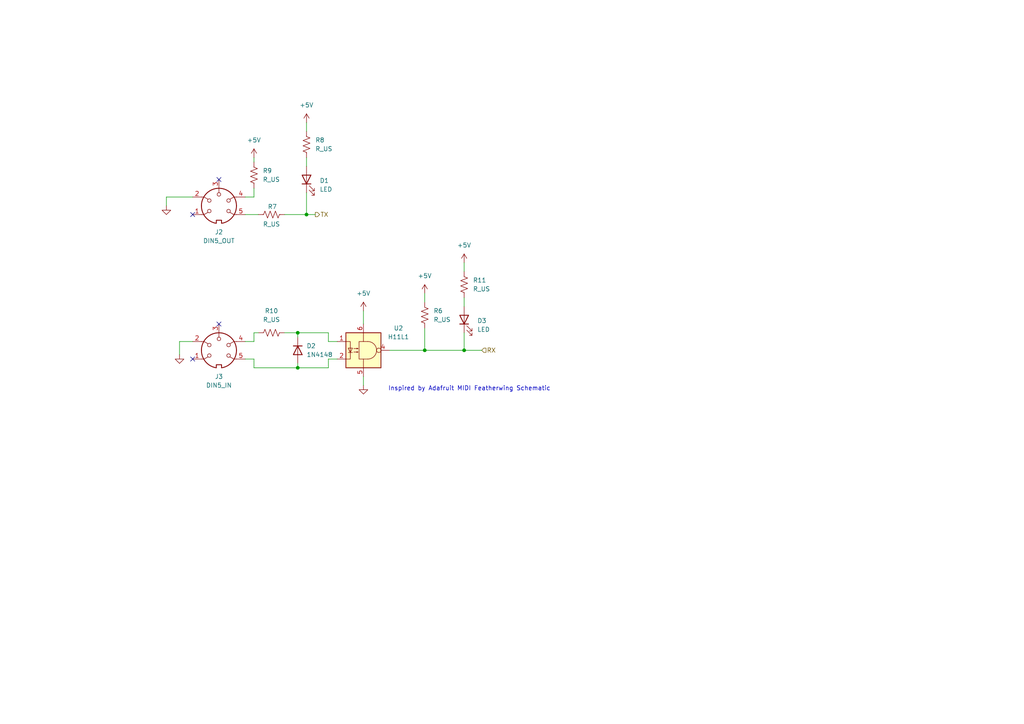
<source format=kicad_sch>
(kicad_sch (version 20250114) (generator "eeschema") (generator_version "9.0")
  (paper "A4")
  (lib_symbols
    (symbol "4ms_Power-symbol:+5V" (power) (pin_names (offset 0))
      (property "Value" "+5V" (at 0 3.556 0))
      (symbol "+5V_0_1"
        (polyline (pts (xy -0.762 1.27) (xy 0 2.54)))
        (polyline (pts (xy 0 2.54) (xy 0.762 1.27)))
        (polyline (pts (xy 0 0) (xy 0 2.54)))
      )
      (symbol "+5V_1_1"
        (pin power_in line (at 0 0 90) (length 0) (hide yes) (name "+5V") (number "1"))
      )
    )
    (symbol "4ms_Power-symbol:GND" (power) (pin_names (offset 0))
      (property "Value" "GND" (at 0 -3.81 0))
      (symbol "GND_0_1"
        (polyline (pts (xy 0 0) (xy 0 -1.27) (xy 1.27 -1.27) (xy 0 -2.54) (xy -1.27 -1.27) (xy 0 -1.27)))
      )
      (symbol "GND_1_1"
        (pin power_in line (at 0 0 270) (length 0) (hide yes) (name "GND") (number "1"))
      )
    )
    (symbol "Connector:DIN-5" (pin_names (offset 1.016))
      (property "Reference" "J" (at 3.175 5.715 0))
      (property "Value" "DIN-5" (at 0 -6.35 0))
      (symbol "DIN-5_0_1"
        (polyline (pts (xy -5.08 2.54) (xy -4.318 2.54) (xy -3.175 1.905)))
        (polyline (pts (xy -5.08 -2.54) (xy -4.318 -2.54) (xy -3.175 -1.905)))
        (circle (center -2.794 1.524) (radius 0.508))
        (circle (center -2.794 -1.524) (radius 0.508))
        (polyline (pts (xy -0.762 -4.953) (xy -0.762 -4.191) (xy 0.762 -4.191) (xy 0.762 -4.953)) (stroke (width 0.254)))
        (arc (start 5.08 0) (mid 3.8673 -3.3444) (end 0.762 -5.08) (stroke (width 0.254)))
        (polyline (pts (xy 0 5.08) (xy 0 3.81)))
        (circle (center 0 3.302) (radius 0.508))
        (arc (start -5.08 0) (mid 0 5.0579) (end 5.08 0) (stroke (width 0.254)))
        (arc (start -0.762 -5.08) (mid -3.8597 -3.3379) (end -5.08 0) (stroke (width 0.254)))
        (circle (center 2.794 1.524) (radius 0.508))
        (circle (center 2.794 -1.524) (radius 0.508))
        (polyline (pts (xy 5.08 2.54) (xy 4.318 2.54) (xy 3.175 1.905)))
        (polyline (pts (xy 5.08 -2.54) (xy 4.318 -2.54) (xy 3.175 -1.905)))
      )
      (symbol "DIN-5_1_1"
        (pin passive line (at -7.62 2.54 0) (length 2.54) (name "~") (number "2"))
        (pin passive line (at -7.62 -2.54 0) (length 2.54) (name "~") (number "1"))
        (pin passive line (at 0 7.62 270) (length 2.54) (name "~") (number "3"))
        (pin passive line (at 7.62 2.54 180) (length 2.54) (name "~") (number "4"))
        (pin passive line (at 7.62 -2.54 180) (length 2.54) (name "~") (number "5"))
      )
    )
    (symbol "Device:LED" (pin_numbers (hide yes)) (pin_names (offset 1.016) (hide yes))
      (property "Reference" "D" (at 0 2.54 0))
      (property "Value" "LED" (at 0 -2.54 0))
      (symbol "LED_0_1"
        (polyline (pts (xy -3.048 -0.762) (xy -4.572 -2.286) (xy -3.81 -2.286) (xy -4.572 -2.286) (xy -4.572 -1.524)))
        (polyline (pts (xy -1.778 -0.762) (xy -3.302 -2.286) (xy -2.54 -2.286) (xy -3.302 -2.286) (xy -3.302 -1.524)))
        (polyline (pts (xy -1.27 0) (xy 1.27 0)))
        (polyline (pts (xy -1.27 -1.27) (xy -1.27 1.27)) (stroke (width 0.254)))
        (polyline (pts (xy 1.27 -1.27) (xy 1.27 1.27) (xy -1.27 0) (xy 1.27 -1.27)) (stroke (width 0.254)))
      )
      (symbol "LED_1_1"
        (pin passive line (at -3.81 0 0) (length 2.54) (name "K") (number "1"))
        (pin passive line (at 3.81 0 180) (length 2.54) (name "A") (number "2"))
      )
    )
    (symbol "Device:R_US" (pin_numbers (hide yes)) (pin_names (offset 0))
      (property "Reference" "R" (at 2.54 0 90))
      (property "Value" "R_US" (at -2.54 0 90))
      (symbol "R_US_0_1"
        (polyline (pts (xy 0 2.286) (xy 0 2.54)))
        (polyline (pts (xy 0 2.286) (xy 1.016 1.905) (xy 0 1.524) (xy -1.016 1.143) (xy 0 0.762)))
        (polyline (pts (xy 0 0.762) (xy 1.016 0.381) (xy 0 0) (xy -1.016 -0.381) (xy 0 -0.762)))
        (polyline (pts (xy 0 -0.762) (xy 1.016 -1.143) (xy 0 -1.524) (xy -1.016 -1.905) (xy 0 -2.286)))
        (polyline (pts (xy 0 -2.286) (xy 0 -2.54)))
      )
      (symbol "R_US_1_1"
        (pin passive line (at 0 3.81 270) (length 1.27) (name "~") (number "1"))
        (pin passive line (at 0 -3.81 90) (length 1.27) (name "~") (number "2"))
      )
    )
    (symbol "Diode:1N4148" (pin_numbers (hide yes)) (pin_names (hide yes))
      (property "Reference" "D" (at 0 2.54 0))
      (property "Value" "1N4148" (at 0 -2.54 0))
      (symbol "1N4148_0_1"
        (polyline (pts (xy -1.27 1.27) (xy -1.27 -1.27)) (stroke (width 0.254)))
        (polyline (pts (xy 1.27 1.27) (xy 1.27 -1.27) (xy -1.27 0) (xy 1.27 1.27)) (stroke (width 0.254)))
        (polyline (pts (xy 1.27 0) (xy -1.27 0)))
      )
      (symbol "1N4148_1_1"
        (pin passive line (at -3.81 0 0) (length 2.54) (name "K") (number "1"))
        (pin passive line (at 3.81 0 180) (length 2.54) (name "A") (number "2"))
      )
    )
    (symbol "Isolator:H11L1" (pin_names (offset 1.016))
      (property "Reference" "U" (at 1.27 8.89 0))
      (property "Value" "H11L1" (at 1.27 6.35 0))
      (symbol "H11L1_0_1"
        (rectangle (start -5.08 5.08) (end 5.08 -5.08) (stroke (width 0.254)) (fill (type background)))
        (polyline (pts (xy -5.08 -2.54) (xy -3.81 -2.54) (xy -3.81 2.54) (xy -5.08 2.54)))
        (polyline (pts (xy -4.445 -0.635) (xy -3.175 -0.635)))
        (polyline (pts (xy -3.81 -0.635) (xy -4.445 0.635) (xy -3.175 0.635) (xy -3.81 -0.635)))
        (polyline (pts (xy -2.794 0.508) (xy -1.524 0.508) (xy -1.905 0.381) (xy -1.905 0.635) (xy -1.524 0.508)))
        (polyline (pts (xy -2.794 -0.508) (xy -1.524 -0.508) (xy -1.905 -0.635) (xy -1.905 -0.381) (xy -1.524 -0.508)))
        (polyline (pts (xy 0 2.54) (xy 0 5.08)))
        (polyline (pts (xy 0 -2.54) (xy 0 -5.08) (xy 0 -3.81)))
        (arc (start 1.27 2.54) (mid 3.799 0) (end 1.27 -2.54))
        (polyline (pts (xy 1.27 -2.54) (xy -1.27 -2.54) (xy -1.27 2.54) (xy 1.27 2.54)))
      )
      (symbol "H11L1_1_1"
        (pin passive line (at -7.62 2.54 0) (length 2.54) (name "~") (number "1"))
        (pin passive line (at -7.62 -2.54 0) (length 2.54) (name "~") (number "2"))
        (pin no_connect line (at -5.08 0 0) (length 2.54) (hide yes) (name "~") (number "3"))
        (pin power_in line (at 0 7.62 270) (length 2.54) (name "~") (number "6"))
        (pin power_in line (at 0 -7.62 90) (length 2.54) (name "~") (number "5"))
        (pin output inverted (at 7.62 0 180) (length 3.81) (name "~") (number "4"))
      )
    )
  )
  (text "Inspired by Adafruit MIDI Featherwing Schematic\n" (at 136.144 112.776 0) (effects (font (size 1.27 1.27))))
  (junction (at 134.62 101.6))
  (junction (at 123.19 101.6))
  (junction (at 86.36 96.52))
  (junction (at 88.9 62.23))
  (junction (at 86.36 106.68))
  (no_connect (at 63.5 52.07))
  (no_connect (at 55.88 104.14))
  (no_connect (at 63.5 93.98))
  (no_connect (at 55.88 62.23))
  (wire (pts (xy 48.26 57.15) (xy 48.26 59.69)))
  (wire (pts (xy 86.36 96.52) (xy 95.25 96.52)))
  (wire (pts (xy 71.12 104.14) (xy 73.66 104.14)))
  (wire (pts (xy 134.62 101.6) (xy 139.7 101.6)))
  (wire (pts (xy 95.25 104.14) (xy 95.25 106.68)))
  (wire (pts (xy 71.12 99.06) (xy 73.66 99.06)))
  (wire (pts (xy 73.66 45.72) (xy 73.66 46.99)))
  (wire (pts (xy 134.62 76.2) (xy 134.62 78.74)))
  (wire (pts (xy 71.12 57.15) (xy 73.66 57.15)))
  (wire (pts (xy 52.07 99.06) (xy 55.88 99.06)))
  (wire (pts (xy 134.62 86.36) (xy 134.62 88.9)))
  (wire (pts (xy 95.25 104.14) (xy 97.79 104.14)))
  (wire (pts (xy 73.66 54.61) (xy 73.66 57.15)))
  (wire (pts (xy 123.19 85.09) (xy 123.19 87.63)))
  (wire (pts (xy 86.36 96.52) (xy 86.36 97.79)))
  (wire (pts (xy 73.66 96.52) (xy 74.93 96.52)))
  (wire (pts (xy 88.9 62.23) (xy 91.44 62.23)))
  (wire (pts (xy 86.36 106.68) (xy 95.25 106.68)))
  (wire (pts (xy 123.19 95.25) (xy 123.19 101.6)))
  (wire (pts (xy 105.41 90.17) (xy 105.41 93.98)))
  (wire (pts (xy 113.03 101.6) (xy 123.19 101.6)))
  (wire (pts (xy 123.19 101.6) (xy 134.62 101.6)))
  (wire (pts (xy 88.9 45.72) (xy 88.9 48.26)))
  (wire (pts (xy 88.9 55.88) (xy 88.9 62.23)))
  (wire (pts (xy 88.9 35.56) (xy 88.9 38.1)))
  (wire (pts (xy 82.55 96.52) (xy 86.36 96.52)))
  (wire (pts (xy 134.62 96.52) (xy 134.62 101.6)))
  (wire (pts (xy 52.07 99.06) (xy 52.07 102.87)))
  (wire (pts (xy 95.25 96.52) (xy 95.25 99.06)))
  (wire (pts (xy 82.55 62.23) (xy 88.9 62.23)))
  (wire (pts (xy 95.25 99.06) (xy 97.79 99.06)))
  (wire (pts (xy 86.36 105.41) (xy 86.36 106.68)))
  (wire (pts (xy 73.66 106.68) (xy 86.36 106.68)))
  (wire (pts (xy 48.26 57.15) (xy 55.88 57.15)))
  (wire (pts (xy 73.66 96.52) (xy 73.66 99.06)))
  (wire (pts (xy 73.66 104.14) (xy 73.66 106.68)))
  (wire (pts (xy 105.41 109.22) (xy 105.41 111.76)))
  (wire (pts (xy 71.12 62.23) (xy 74.93 62.23)))
  (hierarchical_label "RX" (shape input) (at 139.7 101.6 0))
  (hierarchical_label "TX" (shape output) (at 91.44 62.23 0))
  (symbol (lib_id "4ms_Power-symbol:+5V") (at 88.9 35.56 0) (unit 1)
    (property "Reference" "#PWR017" (effects (hide yes)))
    (property "Value" "+5V" (at 88.9 30.48 0))
  )
  (symbol (lib_id "Device:R_US") (at 134.62 82.55 0) (unit 1)
    (property "Reference" "R11" (at 137.16 81.2799 0) (effects (justify left)))
    (property "Value" "R_US" (at 137.16 83.8199 0) (effects (justify left)))
    (property "Description" "Resistor, US symbol" (effects (hide yes)))
  )
  (symbol (lib_id "4ms_Power-symbol:GND") (at 52.07 102.87 0) (unit 1)
    (property "Reference" "#PWR014" (effects (hide yes)))
    (property "Value" "GND" (effects (hide yes)))
  )
  (symbol (lib_id "Isolator:H11L1") (at 105.41 101.6 0) (unit 1)
    (property "Reference" "U2" (at 115.57 95.1798 0))
    (property "Value" "H11L1" (at 115.57 97.7198 0))
    (property "Datasheet" "https://www.onsemi.com/pub/Collateral/H11L3M-D.PDF" (effects (hide yes)))
    (property "Description" "Schmitt Trigger Output Optocoupler, High Speed, DIP-6, 1.6mA turn on threshold" (effects (hide yes)))
  )
  (symbol (lib_id "4ms_Power-symbol:+5V") (at 134.62 76.2 0) (unit 1)
    (property "Reference" "#PWR020" (effects (hide yes)))
    (property "Value" "+5V" (at 134.62 71.12 0))
  )
  (symbol (lib_id "Device:R_US") (at 123.19 91.44 0) (unit 1)
    (property "Reference" "R6" (at 125.73 90.1699 0) (effects (justify left)))
    (property "Value" "R_US" (at 125.73 92.7099 0) (effects (justify left)))
    (property "Description" "Resistor, US symbol" (effects (hide yes)))
  )
  (symbol (lib_id "4ms_Power-symbol:GND") (at 105.41 111.76 0) (unit 1)
    (property "Reference" "#PWR018" (effects (hide yes)))
    (property "Value" "GND" (effects (hide yes)))
  )
  (symbol (lib_id "Device:R_US") (at 88.9 41.91 0) (unit 1)
    (property "Reference" "R8" (at 91.44 40.6399 0) (effects (justify left)))
    (property "Value" "R_US" (at 91.44 43.1799 0) (effects (justify left)))
    (property "Description" "Resistor, US symbol" (effects (hide yes)))
  )
  (symbol (lib_id "4ms_Power-symbol:+5V") (at 123.19 85.09 0) (unit 1)
    (property "Reference" "#PWR015" (effects (hide yes)))
    (property "Value" "+5V" (at 123.19 80.01 0))
  )
  (symbol (lib_id "4ms_Power-symbol:+5V") (at 105.41 90.17 0) (unit 1)
    (property "Reference" "#PWR019" (effects (hide yes)))
    (property "Value" "+5V" (at 105.41 85.09 0))
  )
  (symbol (lib_id "Connector:DIN-5") (at 63.5 101.6 0) (unit 1)
    (property "Reference" "J3" (at 63.5 109.22 0))
    (property "Value" "DIN5_IN" (at 63.5 111.76 0))
    (property "Datasheet" "http://www.mouser.com/ds/2/18/40_c091_abd_e-75918.pdf" (effects (hide yes)))
    (property "Description" "5-pin DIN connector" (effects (hide yes)))
  )
  (symbol (lib_id "Device:R_US") (at 78.74 96.52 90) (unit 1)
    (property "Reference" "R10" (at 78.74 90.17 90))
    (property "Value" "R_US" (at 78.74 92.71 90))
    (property "Description" "Resistor, US symbol" (effects (hide yes)))
  )
  (symbol (lib_id "4ms_Power-symbol:GND") (at 48.26 59.69 0) (unit 1)
    (property "Reference" "#PWR013" (effects (hide yes)))
    (property "Value" "GND" (effects (hide yes)))
  )
  (symbol (lib_id "4ms_Power-symbol:+5V") (at 73.66 45.72 0) (unit 1)
    (property "Reference" "#PWR016" (effects (hide yes)))
    (property "Value" "+5V" (at 73.66 40.64 0))
  )
  (symbol (lib_id "Device:R_US") (at 73.66 50.8 0) (unit 1)
    (property "Reference" "R9" (at 76.2 49.5299 0) (effects (justify left)))
    (property "Value" "R_US" (at 76.2 52.0699 0) (effects (justify left)))
    (property "Description" "Resistor, US symbol" (effects (hide yes)))
  )
  (symbol (lib_id "Device:LED") (at 134.62 92.71 90) (unit 1)
    (property "Reference" "D3" (at 138.43 93.0274 90) (effects (justify right)))
    (property "Value" "LED" (at 138.43 95.5674 90) (effects (justify right)))
    (property "Description" "Light emitting diode" (effects (hide yes)))
    (property "Sim.Pins" "1=K 2=A" (effects (hide yes)))
  )
  (symbol (lib_id "Diode:1N4148") (at 86.36 101.6 270) (unit 1)
    (property "Reference" "D2" (at 88.9 100.3299 90) (effects (justify left)))
    (property "Value" "1N4148" (at 88.9 102.8699 90) (effects (justify left)))
    (property "Footprint" "Diode_THT:D_DO-35_SOD27_P7.62mm_Horizontal" (effects (hide yes)))
    (property "Datasheet" "https://assets.nexperia.com/documents/data-sheet/1N4148_1N4448.pdf" (effects (hide yes)))
    (property "Description" "100V 0.15A standard switching diode, DO-35" (effects (hide yes)))
    (property "Sim.Device" "D" (effects (hide yes)))
    (property "Sim.Pins" "1=K 2=A" (effects (hide yes)))
  )
  (symbol (lib_id "Device:R_US") (at 78.74 62.23 90) (unit 1)
    (property "Reference" "R7" (at 78.994 59.944 90))
    (property "Value" "R_US" (at 78.74 65.024 90))
    (property "Description" "Resistor, US symbol" (effects (hide yes)))
  )
  (symbol (lib_id "Connector:DIN-5") (at 63.5 59.69 0) (unit 1)
    (property "Reference" "J2" (at 63.5 67.31 0))
    (property "Value" "DIN5_OUT" (at 63.5 69.85 0))
    (property "Datasheet" "http://www.mouser.com/ds/2/18/40_c091_abd_e-75918.pdf" (effects (hide yes)))
    (property "Description" "5-pin DIN connector" (effects (hide yes)))
  )
  (symbol (lib_id "Device:LED") (at 88.9 52.07 90) (unit 1)
    (property "Reference" "D1" (at 92.71 52.3874 90) (effects (justify right)))
    (property "Value" "LED" (at 92.71 54.9274 90) (effects (justify right)))
    (property "Description" "Light emitting diode" (effects (hide yes)))
    (property "Sim.Pins" "1=K 2=A" (effects (hide yes)))
  )
)
</source>
